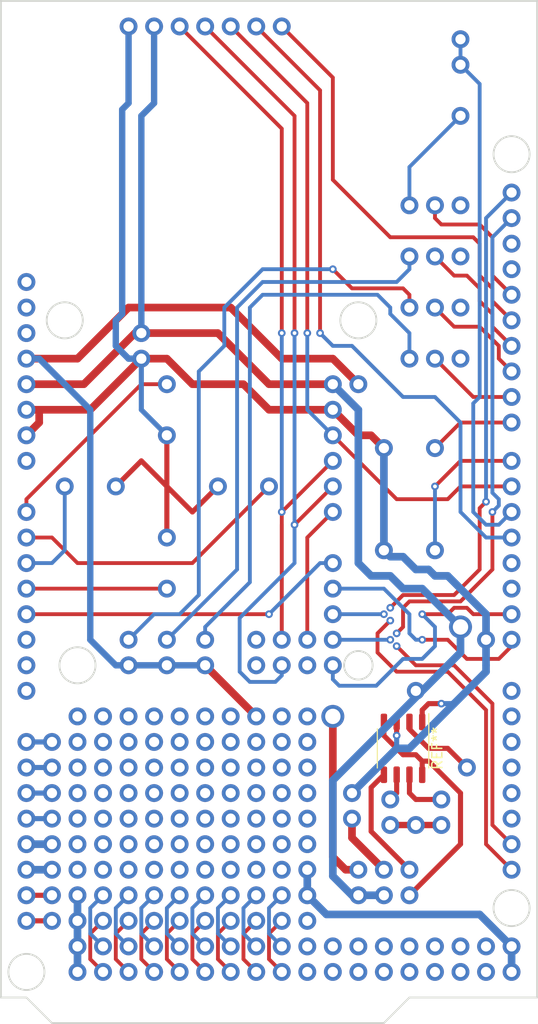
<source format=kicad_pcb>
(kicad_pcb (version 20171130) (host pcbnew "(5.1.9)-1")

  (general
    (thickness 1.6)
    (drawings 52)
    (tracks 654)
    (zones 0)
    (modules 1)
    (nets 1)
  )

  (page User 139.7 215.9)
  (layers
    (0 F.Cu mixed)
    (31 B.Cu mixed)
    (33 F.Adhes user hide)
    (35 F.Paste user hide)
    (37 F.SilkS user hide)
    (38 B.Mask user hide)
    (39 F.Mask user hide)
    (40 Dwgs.User user)
    (41 Cmts.User user hide)
    (42 Eco1.User user hide)
    (43 Eco2.User user hide)
    (44 Edge.Cuts user)
    (45 Margin user hide)
    (46 B.CrtYd user hide)
    (47 F.CrtYd user hide)
    (49 F.Fab user hide)
  )

  (setup
    (last_trace_width 0.381)
    (user_trace_width 0.381)
    (user_trace_width 0.508)
    (user_trace_width 0.635)
    (user_trace_width 0.762)
    (trace_clearance 0.254)
    (zone_clearance 0.508)
    (zone_45_only yes)
    (trace_min 0.1778)
    (via_size 1.524)
    (via_drill 0.889)
    (via_min_size 0.381)
    (via_min_drill 0.2794)
    (user_via 0.762 0.381)
    (user_via 1.27 0.635)
    (user_via 1.778 1.016)
    (user_via 2.286 1.524)
    (uvia_size 0.762)
    (uvia_drill 0.381)
    (uvias_allowed yes)
    (uvia_min_size 0.508)
    (uvia_min_drill 0.254)
    (edge_width 0.1778)
    (segment_width 0.1778)
    (pcb_text_width 0.3)
    (pcb_text_size 1.5 1.5)
    (mod_edge_width 0.1778)
    (mod_text_size 1 1)
    (mod_text_width 0.15)
    (pad_size 1.651 0.635)
    (pad_drill 0)
    (pad_to_mask_clearance 0)
    (aux_axis_origin 0 0)
    (grid_origin 8.89 8.89)
    (visible_elements 7FF8B61F)
    (pcbplotparams
      (layerselection 0x01000_ffffffff)
      (usegerberextensions false)
      (usegerberattributes true)
      (usegerberadvancedattributes true)
      (creategerberjobfile true)
      (gerberprecision 5)
      (excludeedgelayer true)
      (linewidth 0.127000)
      (plotframeref true)
      (viasonmask true)
      (mode 1)
      (useauxorigin false)
      (hpglpennumber 1)
      (hpglpenspeed 20)
      (hpglpendiameter 15.000000)
      (psnegative false)
      (psa4output false)
      (plotreference true)
      (plotvalue true)
      (plotinvisibletext false)
      (padsonsilk false)
      (subtractmaskfromsilk true)
      (outputformat 4)
      (mirror false)
      (drillshape 0)
      (scaleselection 1)
      (outputdirectory ""))
  )

  (net 0 "")

  (net_class Default "This is the default net class."
    (clearance 0.254)
    (trace_width 0.381)
    (via_dia 1.524)
    (via_drill 0.889)
    (uvia_dia 0.762)
    (uvia_drill 0.381)
  )

  (module Package_SO:SOP-8_3.9x4.9mm_P1.27mm (layer F.Cu) (tedit 60A131FC) (tstamp 60A123B7)
    (at 61.595 90.805 270)
    (descr "SOP, 8 Pin (http://www.macronix.com/Lists/Datasheet/Attachments/7534/MX25R3235F,%20Wide%20Range,%2032Mb,%20v1.6.pdf#page=79), generated with kicad-footprint-generator ipc_gullwing_generator.py")
    (tags "SOP SO")
    (attr smd)
    (fp_text reference REF** (at 0 -3.4 90) (layer F.SilkS)
      (effects (font (size 1 1) (thickness 0.15)))
    )
    (fp_text value SOP-8_3.9x4.9mm_P1.27mm (at 0 3.4 90) (layer F.Fab)
      (effects (font (size 1 1) (thickness 0.15)))
    )
    (fp_text user %R (at 0 0 90) (layer F.Fab)
      (effects (font (size 0.98 0.98) (thickness 0.15)))
    )
    (fp_line (start 0 2.56) (end 1.95 2.56) (layer F.SilkS) (width 0.12))
    (fp_line (start 0 2.56) (end -1.95 2.56) (layer F.SilkS) (width 0.12))
    (fp_line (start 0 -2.56) (end 1.95 -2.56) (layer F.SilkS) (width 0.12))
    (fp_line (start 0 -2.56) (end -3.45 -2.56) (layer F.SilkS) (width 0.12))
    (fp_line (start -0.975 -2.45) (end 1.95 -2.45) (layer F.Fab) (width 0.1))
    (fp_line (start 1.95 -2.45) (end 1.95 2.45) (layer F.Fab) (width 0.1))
    (fp_line (start 1.95 2.45) (end -1.95 2.45) (layer F.Fab) (width 0.1))
    (fp_line (start -1.95 2.45) (end -1.95 -1.475) (layer F.Fab) (width 0.1))
    (fp_line (start -1.95 -1.475) (end -0.975 -2.45) (layer F.Fab) (width 0.1))
    (fp_line (start -3.7 -2.7) (end -3.7 2.7) (layer F.CrtYd) (width 0.05))
    (fp_line (start -3.7 2.7) (end 3.7 2.7) (layer F.CrtYd) (width 0.05))
    (fp_line (start 3.7 2.7) (end 3.7 -2.7) (layer F.CrtYd) (width 0.05))
    (fp_line (start 3.7 -2.7) (end -3.7 -2.7) (layer F.CrtYd) (width 0.05))
    (pad 8 smd roundrect (at 2.625 -1.905 270) (size 1.651 0.635) (layers F.Cu F.Paste F.Mask) (roundrect_rratio 0.25))
    (pad 7 smd roundrect (at 2.625 -0.635 270) (size 1.651 0.635) (layers F.Cu F.Paste F.Mask) (roundrect_rratio 0.25))
    (pad 6 smd roundrect (at 2.625 0.635 270) (size 1.651 0.635) (layers F.Cu F.Paste F.Mask) (roundrect_rratio 0.25))
    (pad 5 smd roundrect (at 2.625 1.905 270) (size 1.651 0.635) (layers F.Cu F.Paste F.Mask) (roundrect_rratio 0.25))
    (pad 4 smd roundrect (at -2.625 1.905 270) (size 1.651 0.635) (layers F.Cu F.Paste F.Mask) (roundrect_rratio 0.25))
    (pad 3 smd roundrect (at -2.625 0.635 270) (size 1.651 0.635) (layers F.Cu F.Paste F.Mask) (roundrect_rratio 0.25))
    (pad 2 smd roundrect (at -2.625 -0.635 270) (size 1.651 0.635) (layers F.Cu F.Paste F.Mask) (roundrect_rratio 0.25))
    (pad 1 smd roundrect (at -2.625 -1.905 270) (size 1.651 0.635) (layers F.Cu F.Paste F.Mask) (roundrect_rratio 0.25))
    (model ${KISYS3DMOD}/Package_SO.3dshapes/SOP-8_3.9x4.9mm_P1.27mm.wrl
      (at (xyz 0 0 0))
      (scale (xyz 1 1 1))
      (rotate (xyz 0 0 0))
    )
  )

  (gr_circle (center 27.94 48.26) (end 29.21 49.53) (layer Edge.Cuts) (width 0.1778) (tstamp 604DB379))
  (dimension 15.502326 (width 0.15) (layer Dwgs.User)
    (gr_text "0.6103 in" (at 60.214499 82.119999 34.9920202) (layer Dwgs.User)
      (effects (font (size 1 1) (thickness 0.15)))
    )
    (feature1 (pts (xy 54.61 87.63) (xy 54.27371 87.149585)))
    (feature2 (pts (xy 67.31 78.74) (xy 66.97371 78.259585)))
    (crossbar (pts (xy 67.31 78.74) (xy 54.61 87.63)))
    (arrow1a (pts (xy 54.61 87.63) (xy 55.196578 86.503578)))
    (arrow1b (pts (xy 54.61 87.63) (xy 55.869158 87.464407)))
    (arrow2a (pts (xy 67.31 78.74) (xy 66.050842 78.905593)))
    (arrow2b (pts (xy 67.31 78.74) (xy 66.723422 79.866422)))
  )
  (gr_circle (center 57.15 48.26) (end 58.946051 48.26) (layer Edge.Cuts) (width 0.1778))
  (gr_line (start 62.23 115.57) (end 74.93 115.57) (layer Edge.Cuts) (width 0.1778) (tstamp 5FDE6659))
  (gr_line (start 59.69 118.11) (end 26.67 118.11) (layer Edge.Cuts) (width 0.1778) (tstamp 5FDE6656))
  (gr_circle (center 24.13 113.03) (end 25.4 114.3) (layer Edge.Cuts) (width 0.1778))
  (gr_line (start 59.69 118.11) (end 62.23 115.57) (layer Edge.Cuts) (width 0.1778))
  (gr_circle (center 72.39 106.68) (end 73.66 107.95) (layer Edge.Cuts) (width 0.1778))
  (gr_line (start 24.13 115.57) (end 26.67 118.11) (layer Edge.Cuts) (width 0.1778))
  (gr_line (start 21.59 115.57) (end 24.13 115.57) (layer Edge.Cuts) (width 0.1778))
  (gr_circle (center 29.21 82.55) (end 30.48 83.82) (layer Edge.Cuts) (width 0.1778))
  (gr_circle (center 57.15 82.55) (end 58.42 83.185) (layer Edge.Cuts) (width 0.1778))
  (gr_circle (center 72.39 31.75) (end 73.66 30.48) (layer Edge.Cuts) (width 0.1778))
  (gr_line (start 74.93 16.51) (end 21.59 16.51) (layer Edge.Cuts) (width 0.1778) (tstamp 5FC4A363))
  (gr_line (start 74.93 115.57) (end 74.93 16.51) (layer Edge.Cuts) (width 0.1778))
  (gr_line (start 21.59 16.51) (end 21.59 115.57) (layer Edge.Cuts) (width 0.1778))
  (gr_line (start 68.58 49.53) (end 68.58 45.72) (layer Dwgs.User) (width 0.15))
  (gr_line (start 60.96 49.53) (end 68.58 49.53) (layer Dwgs.User) (width 0.15))
  (gr_line (start 68.58 45.72) (end 60.96 45.72) (layer Dwgs.User) (width 0.15) (tstamp 5FC35979))
  (gr_line (start 60.96 45.72) (end 60.96 49.53) (layer Dwgs.User) (width 0.15))
  (gr_line (start 68.58 40.64) (end 60.96 40.64) (layer Dwgs.User) (width 0.15) (tstamp 5FC3595A))
  (gr_line (start 60.96 44.45) (end 68.58 44.45) (layer Dwgs.User) (width 0.15))
  (gr_line (start 60.96 40.64) (end 60.96 44.45) (layer Dwgs.User) (width 0.15))
  (gr_line (start 68.58 44.45) (end 68.58 40.64) (layer Dwgs.User) (width 0.15))
  (gr_line (start 68.58 35.56) (end 60.96 35.56) (layer Dwgs.User) (width 0.15) (tstamp 5FC35953))
  (gr_line (start 60.96 35.56) (end 60.96 39.37) (layer Dwgs.User) (width 0.15))
  (gr_line (start 60.96 39.37) (end 68.58 39.37) (layer Dwgs.User) (width 0.15))
  (gr_line (start 68.58 39.37) (end 68.58 35.56) (layer Dwgs.User) (width 0.15))
  (gr_circle (center 30.48 64.77) (end 33.02 64.77) (layer Dwgs.User) (width 0.15))
  (gr_circle (center 62.23 71.12) (end 64.77 71.12) (layer Dwgs.User) (width 0.15))
  (gr_line (start 25.4 45.72) (end 59.69 45.72) (layer Dwgs.User) (width 0.15))
  (gr_line (start 59.69 22.86) (end 25.4 22.86) (layer Dwgs.User) (width 0.15))
  (gr_line (start 68.58 50.8) (end 60.96 50.8) (layer Dwgs.User) (width 0.15) (tstamp 5FC3597F))
  (gr_line (start 68.58 54.61) (end 68.58 50.8) (layer Dwgs.User) (width 0.15))
  (gr_line (start 60.96 54.61) (end 68.58 54.61) (layer Dwgs.User) (width 0.15))
  (gr_line (start 60.96 50.8) (end 60.96 54.61) (layer Dwgs.User) (width 0.15))
  (gr_circle (center 67.31 24.13) (end 67.31 30.48) (layer Dwgs.User) (width 0.15))
  (gr_circle (center 45.72 64.77) (end 48.26 64.77) (layer Dwgs.User) (width 0.15))
  (gr_circle (center 38.1 72.39) (end 38.1 69.85) (layer Dwgs.User) (width 0.15))
  (gr_circle (center 38.1 57.15) (end 38.1 54.61) (layer Dwgs.User) (width 0.15))
  (gr_circle (center 62.23 60.96) (end 64.77 60.96) (layer Dwgs.User) (width 0.15))
  (gr_line (start 59.69 17.78) (end 25.4 17.78) (layer Dwgs.User) (width 0.15) (tstamp 5FC3435D))
  (gr_line (start 59.69 50.8) (end 59.69 17.78) (layer Dwgs.User) (width 0.15))
  (gr_line (start 25.4 50.8) (end 59.69 50.8) (layer Dwgs.User) (width 0.15))
  (gr_line (start 25.4 17.78) (end 25.4 50.8) (layer Dwgs.User) (width 0.15))
  (gr_line (start 53.34 78.74) (end 45.72 78.74) (layer Dwgs.User) (width 0.15) (tstamp 5FC342E7))
  (gr_line (start 53.34 83.82) (end 53.34 78.74) (layer Dwgs.User) (width 0.15))
  (gr_line (start 45.72 83.82) (end 53.34 83.82) (layer Dwgs.User) (width 0.15))
  (gr_line (start 45.72 78.74) (end 45.72 83.82) (layer Dwgs.User) (width 0.15))
  (gr_circle (center 41.91 81.28) (end 41.91 80.01) (layer Dwgs.User) (width 0.15))
  (gr_circle (center 38.1 81.28) (end 38.1 80.01) (layer Dwgs.User) (width 0.15))
  (gr_circle (center 34.29 81.28) (end 34.29 80.01) (layer Dwgs.User) (width 0.15))

  (via blind (at 49.53 67.31) (size 0.762) (drill 0.381) (layers F.Cu B.Cu) (net 0))
  (segment (start 38.1 59.69) (end 38.1 59.69) (width 0.381) (layer F.Cu) (net 0))
  (segment (start 33.02 64.77) (end 33.02 64.77) (width 0.381) (layer F.Cu) (net 0))
  (segment (start 49.53 82.55) (end 49.53 82.55) (width 0.381) (layer B.Cu) (net 0) (tstamp 5FC45E05))
  (segment (start 27.94 64.77) (end 27.94 64.77) (width 0.381) (layer B.Cu) (net 0) (tstamp 5FC45E01))
  (segment (start 38.1 54.61) (end 38.1 54.61) (width 0.381) (layer F.Cu) (net 0) (tstamp 5FC45DED))
  (segment (start 35.56 54.61) (end 24.13 66.04) (width 0.381) (layer F.Cu) (net 0))
  (segment (start 24.13 66.04) (end 24.13 67.31) (width 0.381) (layer F.Cu) (net 0))
  (segment (start 38.1 74.93) (end 38.1 74.93) (width 0.381) (layer F.Cu) (net 0))
  (segment (start 26.67 72.39) (end 24.13 72.39) (width 0.381) (layer B.Cu) (net 0))
  (segment (start 48.26 64.77) (end 48.26 64.77) (width 0.381) (layer F.Cu) (net 0))
  (segment (start 40.64 72.39) (end 29.21 72.39) (width 0.381) (layer F.Cu) (net 0))
  (segment (start 29.21 72.39) (end 26.67 69.85) (width 0.381) (layer F.Cu) (net 0))
  (segment (start 26.67 69.85) (end 24.13 69.85) (width 0.381) (layer F.Cu) (net 0))
  (via blind (at 50.8 68.58) (size 0.762) (drill 0.381) (layers F.Cu B.Cu) (net 0))
  (segment (start 67.31 64.77) (end 66.04 66.04) (width 0.381) (layer F.Cu) (net 0))
  (segment (start 67.31 62.23) (end 64.77 64.77) (width 0.381) (layer F.Cu) (net 0))
  (via blind (at 64.77 64.77) (size 0.762) (drill 0.381) (layers F.Cu B.Cu) (net 0))
  (segment (start 62.23 52.07) (end 62.23 52.07) (width 0.381) (layer B.Cu) (net 0) (tstamp 5FC36994))
  (segment (start 62.23 46.99) (end 62.23 46.99) (width 0.381) (layer F.Cu) (net 0) (tstamp 5FC36992))
  (segment (start 62.23 41.91) (end 62.23 41.91) (width 0.381) (layer B.Cu) (net 0) (tstamp 5FC3698C))
  (segment (start 62.23 36.83) (end 62.23 36.83) (width 0.381) (layer B.Cu) (net 0) (tstamp 5FC3698A))
  (segment (start 43.815 46.99) (end 43.815 50.8) (width 0.381) (layer B.Cu) (net 0))
  (segment (start 47.625 43.18) (end 43.815 46.99) (width 0.381) (layer B.Cu) (net 0))
  (segment (start 47.625 44.45) (end 45.085 46.99) (width 0.381) (layer B.Cu) (net 0))
  (segment (start 62.23 43.18) (end 60.96 44.45) (width 0.381) (layer B.Cu) (net 0))
  (via (at 49.53 49.53) (size 0.762) (drill 0.381) (layers F.Cu B.Cu) (net 0))
  (segment (start 49.53 49.53) (end 49.53 67.31) (width 0.381) (layer B.Cu) (net 0) (tstamp 5FC36653))
  (via (at 50.8 49.53) (size 0.762) (drill 0.381) (layers F.Cu B.Cu) (net 0))
  (via (at 52.07 49.53) (size 0.762) (drill 0.381) (layers F.Cu B.Cu) (net 0))
  (segment (start 52.07 49.53) (end 52.07 57.15) (width 0.381) (layer B.Cu) (net 0) (tstamp 5FC3664F))
  (segment (start 52.07 57.15) (end 54.61 59.69) (width 0.381) (layer B.Cu) (net 0))
  (segment (start 48.26 54.61) (end 43.18 49.53) (width 0.762) (layer F.Cu) (net 0))
  (segment (start 43.18 49.53) (end 35.56 49.53) (width 0.762) (layer F.Cu) (net 0))
  (segment (start 62.23 33.02) (end 67.31 27.94) (width 0.381) (layer B.Cu) (net 0))
  (segment (start 68.58 55.88) (end 64.77 52.07) (width 0.381) (layer F.Cu) (net 0))
  (segment (start 48.26 57.15) (end 45.72 54.61) (width 0.762) (layer F.Cu) (net 0))
  (segment (start 52.07 69.85) (end 52.07 80.01) (width 0.381) (layer F.Cu) (net 0))
  (segment (start 49.53 67.31) (end 49.53 80.01) (width 0.381) (layer F.Cu) (net 0) (tstamp 5FC35249))
  (segment (start 27.94 71.12) (end 26.67 72.39) (width 0.381) (layer B.Cu) (net 0))
  (segment (start 38.1 52.07) (end 40.64 54.61) (width 0.762) (layer F.Cu) (net 0))
  (segment (start 49.53 80.01) (end 49.53 68.58) (width 0.381) (layer F.Cu) (net 0) (tstamp 5FC36604))
  (segment (start 49.53 82.55) (end 49.53 82.55) (width 0.381) (layer B.Cu) (net 0))
  (segment (start 38.1 69.85) (end 38.1 69.85) (width 0.381) (layer F.Cu) (net 0) (tstamp 5FC45DEF))
  (segment (start 38.1 69.85) (end 38.1 69.85) (width 0.381) (layer F.Cu) (net 0) (tstamp 5FC369FD))
  (segment (start 49.53 82.55) (end 49.53 82.55) (width 0.381) (layer B.Cu) (net 0) (tstamp 5FC36606))
  (via (at 49.53 105.41) (size 1.778) (drill 1.016) (layers F.Cu B.Cu) (net 0))
  (via (at 46.99 105.41) (size 1.778) (drill 1.016) (layers F.Cu B.Cu) (net 0))
  (via (at 44.45 105.41) (size 1.778) (drill 1.016) (layers F.Cu B.Cu) (net 0))
  (via (at 41.91 105.41) (size 1.778) (drill 1.016) (layers F.Cu B.Cu) (net 0))
  (via (at 39.37 105.41) (size 1.778) (drill 1.016) (layers F.Cu B.Cu) (net 0))
  (via (at 36.83 105.41) (size 1.778) (drill 1.016) (layers F.Cu B.Cu) (net 0))
  (via (at 34.29 105.41) (size 1.778) (drill 1.016) (layers F.Cu B.Cu) (net 0))
  (via (at 31.75 105.41) (size 1.778) (drill 1.016) (layers F.Cu B.Cu) (net 0))
  (via (at 29.21 105.41) (size 1.778) (drill 1.016) (layers F.Cu B.Cu) (net 0))
  (via (at 29.21 107.95) (size 1.778) (drill 1.016) (layers F.Cu B.Cu) (net 0))
  (via (at 29.21 110.49) (size 1.778) (drill 1.016) (layers F.Cu B.Cu) (net 0))
  (via (at 29.21 113.03) (size 1.778) (drill 1.016) (layers F.Cu B.Cu) (net 0))
  (via (at 31.75 113.03) (size 1.778) (drill 1.016) (layers F.Cu B.Cu) (net 0))
  (via (at 31.75 110.49) (size 1.778) (drill 1.016) (layers F.Cu B.Cu) (net 0))
  (via (at 31.75 107.95) (size 1.778) (drill 1.016) (layers F.Cu B.Cu) (net 0))
  (via (at 34.29 107.95) (size 1.778) (drill 1.016) (layers F.Cu B.Cu) (net 0))
  (via (at 34.29 110.49) (size 1.778) (drill 1.016) (layers F.Cu B.Cu) (net 0))
  (via (at 34.29 113.03) (size 1.778) (drill 1.016) (layers F.Cu B.Cu) (net 0))
  (via (at 36.83 113.03) (size 1.778) (drill 1.016) (layers F.Cu B.Cu) (net 0))
  (via (at 36.83 110.49) (size 1.778) (drill 1.016) (layers F.Cu B.Cu) (net 0))
  (via (at 36.83 107.95) (size 1.778) (drill 1.016) (layers F.Cu B.Cu) (net 0))
  (via (at 39.37 107.95) (size 1.778) (drill 1.016) (layers F.Cu B.Cu) (net 0))
  (via (at 39.37 110.49) (size 1.778) (drill 1.016) (layers F.Cu B.Cu) (net 0))
  (via (at 39.37 113.03) (size 1.778) (drill 1.016) (layers F.Cu B.Cu) (net 0))
  (via (at 49.53 107.95) (size 1.778) (drill 1.016) (layers F.Cu B.Cu) (net 0))
  (via (at 46.99 107.95) (size 1.778) (drill 1.016) (layers F.Cu B.Cu) (net 0))
  (via (at 44.45 107.95) (size 1.778) (drill 1.016) (layers F.Cu B.Cu) (net 0))
  (via (at 41.91 107.95) (size 1.778) (drill 1.016) (layers F.Cu B.Cu) (net 0))
  (via (at 41.91 110.49) (size 1.778) (drill 1.016) (layers F.Cu B.Cu) (net 0))
  (via (at 41.91 113.03) (size 1.778) (drill 1.016) (layers F.Cu B.Cu) (net 0))
  (via (at 44.45 113.03) (size 1.778) (drill 1.016) (layers F.Cu B.Cu) (net 0))
  (via (at 44.45 110.49) (size 1.778) (drill 1.016) (layers F.Cu B.Cu) (net 0))
  (via (at 49.53 82.55) (size 1.778) (drill 1.016) (layers F.Cu B.Cu) (net 0))
  (via (at 49.53 80.01) (size 1.778) (drill 1.016) (layers F.Cu B.Cu) (net 0))
  (via (at 52.07 80.01) (size 1.778) (drill 1.016) (layers F.Cu B.Cu) (net 0))
  (via (at 52.07 82.55) (size 1.778) (drill 1.016) (layers F.Cu B.Cu) (net 0))
  (via (at 46.99 80.01) (size 1.778) (drill 1.016) (layers F.Cu B.Cu) (net 0))
  (via (at 46.99 82.55) (size 1.778) (drill 1.016) (layers F.Cu B.Cu) (net 0))
  (via (at 54.61 82.55) (size 1.778) (drill 1.016) (layers F.Cu B.Cu) (net 0))
  (via (at 54.61 80.01) (size 1.778) (drill 1.016) (layers F.Cu B.Cu) (net 0))
  (via (at 54.61 77.47) (size 1.778) (drill 1.016) (layers F.Cu B.Cu) (net 0))
  (via (at 54.61 74.93) (size 1.778) (drill 1.016) (layers F.Cu B.Cu) (net 0))
  (via (at 41.91 82.55) (size 1.778) (drill 1.016) (layers F.Cu B.Cu) (net 0))
  (via (at 41.91 80.01) (size 1.778) (drill 1.016) (layers F.Cu B.Cu) (net 0))
  (via (at 38.1 80.01) (size 1.778) (drill 1.016) (layers F.Cu B.Cu) (net 0))
  (via (at 38.1 82.55) (size 1.778) (drill 1.016) (layers F.Cu B.Cu) (net 0))
  (via (at 34.29 80.01) (size 1.778) (drill 1.016) (layers F.Cu B.Cu) (net 0))
  (via (at 24.13 74.93) (size 1.778) (drill 1.016) (layers F.Cu B.Cu) (net 0))
  (via (at 24.13 72.39) (size 1.778) (drill 1.016) (layers F.Cu B.Cu) (net 0))
  (via (at 24.13 69.85) (size 1.778) (drill 1.016) (layers F.Cu B.Cu) (net 0))
  (via (at 24.13 67.31) (size 1.778) (drill 1.016) (layers F.Cu B.Cu) (net 0))
  (via (at 24.13 90.17) (size 1.778) (drill 1.016) (layers F.Cu B.Cu) (net 0))
  (via (at 24.13 85.09) (size 1.778) (drill 1.016) (layers F.Cu B.Cu) (net 0))
  (via (at 24.13 82.55) (size 1.778) (drill 1.016) (layers F.Cu B.Cu) (net 0))
  (via (at 24.13 80.01) (size 1.778) (drill 1.016) (layers F.Cu B.Cu) (net 0))
  (via (at 24.13 92.71) (size 1.778) (drill 1.016) (layers F.Cu B.Cu) (net 0))
  (via (at 26.67 92.71) (size 1.778) (drill 1.016) (layers F.Cu B.Cu) (net 0))
  (via (at 26.67 90.17) (size 1.778) (drill 1.016) (layers F.Cu B.Cu) (net 0))
  (via (at 72.39 80.01) (size 1.778) (drill 1.016) (layers F.Cu B.Cu) (net 0))
  (via (at 72.39 77.47) (size 1.778) (drill 1.016) (layers F.Cu B.Cu) (net 0))
  (via (at 72.39 74.93) (size 1.778) (drill 1.016) (layers F.Cu B.Cu) (net 0))
  (via (at 72.39 72.39) (size 1.778) (drill 1.016) (layers F.Cu B.Cu) (net 0))
  (via (at 72.39 67.31) (size 1.778) (drill 1.016) (layers F.Cu B.Cu) (net 0))
  (segment (start 72.39 64.77) (end 67.31 64.77) (width 0.381) (layer F.Cu) (net 0) (tstamp 5FDE63AB))
  (via (at 72.39 64.77) (size 1.778) (drill 1.016) (layers F.Cu B.Cu) (net 0))
  (segment (start 72.39 62.23) (end 67.31 62.23) (width 0.381) (layer F.Cu) (net 0) (tstamp 5FDE63AD))
  (via (at 72.39 62.23) (size 1.778) (drill 1.016) (layers F.Cu B.Cu) (net 0))
  (via (at 72.39 58.42) (size 1.778) (drill 1.016) (layers F.Cu B.Cu) (net 0))
  (segment (start 72.39 55.88) (end 68.58 55.88) (width 0.381) (layer F.Cu) (net 0) (tstamp 5FDE63B1))
  (via (at 72.39 55.88) (size 1.778) (drill 1.016) (layers F.Cu B.Cu) (net 0))
  (via (at 72.39 53.34) (size 1.778) (drill 1.016) (layers F.Cu B.Cu) (net 0))
  (via (at 72.39 50.8) (size 1.778) (drill 1.016) (layers F.Cu B.Cu) (net 0))
  (via (at 72.39 48.26) (size 1.778) (drill 1.016) (layers F.Cu B.Cu) (net 0))
  (via (at 72.39 45.72) (size 1.778) (drill 1.016) (layers F.Cu B.Cu) (net 0))
  (via (at 72.39 43.18) (size 1.778) (drill 1.016) (layers F.Cu B.Cu) (net 0))
  (via (at 72.39 40.64) (size 1.778) (drill 1.016) (layers F.Cu B.Cu) (net 0))
  (via (at 72.39 38.1) (size 1.778) (drill 1.016) (layers F.Cu B.Cu) (net 0))
  (via (at 72.39 35.56) (size 1.778) (drill 1.016) (layers F.Cu B.Cu) (net 0))
  (segment (start 64.77 36.83) (end 64.77 36.83) (width 0.381) (layer F.Cu) (net 0) (tstamp 5FDE63BF))
  (via (at 67.31 36.83) (size 1.778) (drill 1.016) (layers F.Cu B.Cu) (net 0))
  (via (at 64.77 36.83) (size 1.778) (drill 1.016) (layers F.Cu B.Cu) (net 0))
  (via (at 62.23 36.83) (size 1.778) (drill 1.016) (layers F.Cu B.Cu) (net 0))
  (via (at 62.23 41.91) (size 1.778) (drill 1.016) (layers F.Cu B.Cu) (net 0))
  (segment (start 62.23 41.91) (end 62.23 43.18) (width 0.381) (layer B.Cu) (net 0) (tstamp 5FDE63C3))
  (via (at 64.77 41.91) (size 1.778) (drill 1.016) (layers F.Cu B.Cu) (net 0))
  (segment (start 64.77 41.91) (end 64.77 41.91) (width 0.381) (layer F.Cu) (net 0) (tstamp 5FDE63C5))
  (via (at 67.31 41.91) (size 1.778) (drill 1.016) (layers F.Cu B.Cu) (net 0))
  (segment (start 64.77 46.99) (end 64.77 46.99) (width 0.381) (layer F.Cu) (net 0) (tstamp 5FDE63C7))
  (via (at 67.31 46.99) (size 1.778) (drill 1.016) (layers F.Cu B.Cu) (net 0))
  (via (at 64.77 46.99) (size 1.778) (drill 1.016) (layers F.Cu B.Cu) (net 0))
  (via (at 62.23 46.99) (size 1.778) (drill 1.016) (layers F.Cu B.Cu) (net 0))
  (via (at 62.23 52.07) (size 1.778) (drill 1.016) (layers F.Cu B.Cu) (net 0))
  (via (at 64.77 52.07) (size 1.778) (drill 1.016) (layers F.Cu B.Cu) (net 0))
  (segment (start 64.77 52.07) (end 64.77 52.07) (width 0.381) (layer F.Cu) (net 0) (tstamp 5FDE63CD))
  (via (at 67.31 52.07) (size 1.778) (drill 1.016) (layers F.Cu B.Cu) (net 0))
  (via (at 64.77 60.96) (size 1.778) (drill 1.016) (layers F.Cu B.Cu) (net 0))
  (via (at 59.69 60.96) (size 1.778) (drill 1.016) (layers F.Cu B.Cu) (net 0))
  (via (at 64.77 71.12) (size 1.778) (drill 1.016) (layers F.Cu B.Cu) (net 0))
  (via (at 59.69 71.12) (size 1.778) (drill 1.016) (layers F.Cu B.Cu) (net 0))
  (segment (start 54.61 67.31) (end 52.07 69.85) (width 0.381) (layer F.Cu) (net 0) (tstamp 5FDE63D7))
  (via (at 54.61 67.31) (size 1.778) (drill 1.016) (layers F.Cu B.Cu) (net 0))
  (segment (start 54.61 64.77) (end 50.8 68.58) (width 0.381) (layer F.Cu) (net 0) (tstamp 5FDE63D9))
  (via (at 54.61 64.77) (size 1.778) (drill 1.016) (layers F.Cu B.Cu) (net 0))
  (segment (start 54.61 62.23) (end 49.53 67.31) (width 0.381) (layer F.Cu) (net 0) (tstamp 5FDE63DB))
  (via (at 54.61 62.23) (size 1.778) (drill 1.016) (layers F.Cu B.Cu) (net 0))
  (via (at 54.61 59.69) (size 1.778) (drill 1.016) (layers F.Cu B.Cu) (net 0))
  (segment (start 54.61 57.15) (end 48.26 57.15) (width 0.762) (layer F.Cu) (net 0) (tstamp 5FDE63DF))
  (via (at 54.61 57.15) (size 1.778) (drill 1.016) (layers F.Cu B.Cu) (net 0))
  (segment (start 54.61 54.61) (end 48.26 54.61) (width 0.762) (layer F.Cu) (net 0) (tstamp 5FDE63E1))
  (via (at 54.61 54.61) (size 1.778) (drill 1.016) (layers F.Cu B.Cu) (net 0))
  (segment (start 48.26 64.77) (end 40.64 72.39) (width 0.381) (layer F.Cu) (net 0) (tstamp 5FDE63E3))
  (via (at 48.26 64.77) (size 1.778) (drill 1.016) (layers F.Cu B.Cu) (net 0))
  (segment (start 43.18 64.77) (end 43.18 64.77) (width 0.381) (layer F.Cu) (net 0) (tstamp 5FDE63E5))
  (via (at 43.18 64.77) (size 1.778) (drill 1.016) (layers F.Cu B.Cu) (net 0))
  (segment (start 38.1 69.85) (end 38.1 69.85) (width 0.381) (layer F.Cu) (net 0) (tstamp 5FDE63F6))
  (via (at 38.1 69.85) (size 1.778) (drill 1.016) (layers F.Cu B.Cu) (net 0))
  (segment (start 38.1 74.93) (end 24.13 74.93) (width 0.381) (layer F.Cu) (net 0) (tstamp 5FDE63F8))
  (via (at 38.1 74.93) (size 1.778) (drill 1.016) (layers F.Cu B.Cu) (net 0))
  (segment (start 38.1 54.61) (end 35.56 54.61) (width 0.381) (layer F.Cu) (net 0) (tstamp 5FDE63FA))
  (via (at 38.1 54.61) (size 1.778) (drill 1.016) (layers F.Cu B.Cu) (net 0))
  (via (at 38.1 59.69) (size 1.778) (drill 1.016) (layers F.Cu B.Cu) (net 0))
  (via (at 33.02 64.77) (size 1.778) (drill 1.016) (layers F.Cu B.Cu) (net 0))
  (segment (start 27.94 64.77) (end 27.94 71.12) (width 0.381) (layer B.Cu) (net 0) (tstamp 5FDE6400))
  (via (at 27.94 64.77) (size 1.778) (drill 1.016) (layers F.Cu B.Cu) (net 0))
  (via (at 52.07 87.63) (size 1.778) (drill 1.016) (layers F.Cu B.Cu) (net 0))
  (via (at 49.53 87.63) (size 1.778) (drill 1.016) (layers F.Cu B.Cu) (net 0))
  (via (at 46.99 87.63) (size 1.778) (drill 1.016) (layers F.Cu B.Cu) (net 0))
  (via (at 44.45 87.63) (size 1.778) (drill 1.016) (layers F.Cu B.Cu) (net 0))
  (via (at 41.91 87.63) (size 1.778) (drill 1.016) (layers F.Cu B.Cu) (net 0))
  (via (at 39.37 87.63) (size 1.778) (drill 1.016) (layers F.Cu B.Cu) (net 0))
  (via (at 36.83 87.63) (size 1.778) (drill 1.016) (layers F.Cu B.Cu) (net 0))
  (via (at 34.29 87.63) (size 1.778) (drill 1.016) (layers F.Cu B.Cu) (net 0))
  (via (at 31.75 87.63) (size 1.778) (drill 1.016) (layers F.Cu B.Cu) (net 0))
  (via (at 31.75 90.17) (size 1.778) (drill 1.016) (layers F.Cu B.Cu) (net 0))
  (via (at 31.75 92.71) (size 1.778) (drill 1.016) (layers F.Cu B.Cu) (net 0))
  (via (at 31.75 95.25) (size 1.778) (drill 1.016) (layers F.Cu B.Cu) (net 0))
  (via (at 31.75 97.79) (size 1.778) (drill 1.016) (layers F.Cu B.Cu) (net 0))
  (via (at 31.75 100.33) (size 1.778) (drill 1.016) (layers F.Cu B.Cu) (net 0))
  (via (at 31.75 102.87) (size 1.778) (drill 1.016) (layers F.Cu B.Cu) (net 0))
  (via (at 29.21 102.87) (size 1.778) (drill 1.016) (layers F.Cu B.Cu) (net 0))
  (via (at 26.67 102.87) (size 1.778) (drill 1.016) (layers F.Cu B.Cu) (net 0))
  (via (at 26.67 100.33) (size 1.778) (drill 1.016) (layers F.Cu B.Cu) (net 0))
  (via (at 24.13 100.33) (size 1.778) (drill 1.016) (layers F.Cu B.Cu) (net 0))
  (via (at 24.13 97.79) (size 1.778) (drill 1.016) (layers F.Cu B.Cu) (net 0))
  (via (at 26.67 97.79) (size 1.778) (drill 1.016) (layers F.Cu B.Cu) (net 0))
  (via (at 26.67 95.25) (size 1.778) (drill 1.016) (layers F.Cu B.Cu) (net 0))
  (via (at 24.13 95.25) (size 1.778) (drill 1.016) (layers F.Cu B.Cu) (net 0))
  (via (at 26.67 105.41) (size 1.778) (drill 1.016) (layers F.Cu B.Cu) (net 0))
  (via (at 24.13 105.41) (size 1.778) (drill 1.016) (layers F.Cu B.Cu) (net 0))
  (via (at 24.13 107.95) (size 1.778) (drill 1.016) (layers F.Cu B.Cu) (net 0))
  (via (at 24.13 102.87) (size 1.778) (drill 1.016) (layers F.Cu B.Cu) (net 0))
  (via (at 26.67 107.95) (size 1.778) (drill 1.016) (layers F.Cu B.Cu) (net 0))
  (via (at 29.21 100.33) (size 1.778) (drill 1.016) (layers F.Cu B.Cu) (net 0))
  (via (at 29.21 97.79) (size 1.778) (drill 1.016) (layers F.Cu B.Cu) (net 0))
  (via (at 29.21 95.25) (size 1.778) (drill 1.016) (layers F.Cu B.Cu) (net 0))
  (via (at 29.21 92.71) (size 1.778) (drill 1.016) (layers F.Cu B.Cu) (net 0))
  (via (at 29.21 90.17) (size 1.778) (drill 1.016) (layers F.Cu B.Cu) (net 0))
  (via (at 29.21 87.63) (size 1.778) (drill 1.016) (layers F.Cu B.Cu) (net 0))
  (via (at 34.29 90.17) (size 1.778) (drill 1.016) (layers F.Cu B.Cu) (net 0))
  (via (at 36.83 90.17) (size 1.778) (drill 1.016) (layers F.Cu B.Cu) (net 0))
  (via (at 39.37 90.17) (size 1.778) (drill 1.016) (layers F.Cu B.Cu) (net 0))
  (via (at 39.37 92.71) (size 1.778) (drill 1.016) (layers F.Cu B.Cu) (net 0))
  (via (at 36.83 92.71) (size 1.778) (drill 1.016) (layers F.Cu B.Cu) (net 0))
  (via (at 34.29 92.71) (size 1.778) (drill 1.016) (layers F.Cu B.Cu) (net 0))
  (via (at 34.29 95.25) (size 1.778) (drill 1.016) (layers F.Cu B.Cu) (net 0))
  (via (at 34.29 97.79) (size 1.778) (drill 1.016) (layers F.Cu B.Cu) (net 0))
  (via (at 34.29 100.33) (size 1.778) (drill 1.016) (layers F.Cu B.Cu) (net 0))
  (via (at 34.29 102.87) (size 1.778) (drill 1.016) (layers F.Cu B.Cu) (net 0))
  (via (at 36.83 102.87) (size 1.778) (drill 1.016) (layers F.Cu B.Cu) (net 0))
  (via (at 36.83 100.33) (size 1.778) (drill 1.016) (layers F.Cu B.Cu) (net 0))
  (via (at 36.83 97.79) (size 1.778) (drill 1.016) (layers F.Cu B.Cu) (net 0))
  (via (at 36.83 95.25) (size 1.778) (drill 1.016) (layers F.Cu B.Cu) (net 0))
  (via (at 39.37 95.25) (size 1.778) (drill 1.016) (layers F.Cu B.Cu) (net 0))
  (via (at 39.37 97.79) (size 1.778) (drill 1.016) (layers F.Cu B.Cu) (net 0))
  (via (at 39.37 100.33) (size 1.778) (drill 1.016) (layers F.Cu B.Cu) (net 0))
  (via (at 39.37 102.87) (size 1.778) (drill 1.016) (layers F.Cu B.Cu) (net 0))
  (via (at 41.91 102.87) (size 1.778) (drill 1.016) (layers F.Cu B.Cu) (net 0))
  (via (at 44.45 102.87) (size 1.778) (drill 1.016) (layers F.Cu B.Cu) (net 0))
  (via (at 46.99 102.87) (size 1.778) (drill 1.016) (layers F.Cu B.Cu) (net 0))
  (via (at 49.53 102.87) (size 1.778) (drill 1.016) (layers F.Cu B.Cu) (net 0))
  (via (at 49.53 100.33) (size 1.778) (drill 1.016) (layers F.Cu B.Cu) (net 0))
  (via (at 46.99 100.33) (size 1.778) (drill 1.016) (layers F.Cu B.Cu) (net 0))
  (via (at 44.45 100.33) (size 1.778) (drill 1.016) (layers F.Cu B.Cu) (net 0))
  (via (at 41.91 100.33) (size 1.778) (drill 1.016) (layers F.Cu B.Cu) (net 0))
  (via (at 41.91 97.79) (size 1.778) (drill 1.016) (layers F.Cu B.Cu) (net 0))
  (via (at 44.45 97.79) (size 1.778) (drill 1.016) (layers F.Cu B.Cu) (net 0))
  (via (at 46.99 97.79) (size 1.778) (drill 1.016) (layers F.Cu B.Cu) (net 0))
  (via (at 49.53 97.79) (size 1.778) (drill 1.016) (layers F.Cu B.Cu) (net 0))
  (via (at 52.07 107.95) (size 1.778) (drill 1.016) (layers F.Cu B.Cu) (net 0))
  (via (at 49.53 95.25) (size 1.778) (drill 1.016) (layers F.Cu B.Cu) (net 0))
  (via (at 46.99 95.25) (size 1.778) (drill 1.016) (layers F.Cu B.Cu) (net 0))
  (via (at 44.45 95.25) (size 1.778) (drill 1.016) (layers F.Cu B.Cu) (net 0))
  (via (at 41.91 95.25) (size 1.778) (drill 1.016) (layers F.Cu B.Cu) (net 0))
  (via (at 41.91 92.71) (size 1.778) (drill 1.016) (layers F.Cu B.Cu) (net 0))
  (via (at 41.91 90.17) (size 1.778) (drill 1.016) (layers F.Cu B.Cu) (net 0))
  (via (at 44.45 90.17) (size 1.778) (drill 1.016) (layers F.Cu B.Cu) (net 0))
  (via (at 44.45 92.71) (size 1.778) (drill 1.016) (layers F.Cu B.Cu) (net 0))
  (via (at 46.99 92.71) (size 1.778) (drill 1.016) (layers F.Cu B.Cu) (net 0))
  (via (at 46.99 90.17) (size 1.778) (drill 1.016) (layers F.Cu B.Cu) (net 0))
  (via (at 49.53 90.17) (size 1.778) (drill 1.016) (layers F.Cu B.Cu) (net 0))
  (via (at 49.53 92.71) (size 1.778) (drill 1.016) (layers F.Cu B.Cu) (net 0))
  (via (at 52.07 92.71) (size 1.778) (drill 1.016) (layers F.Cu B.Cu) (net 0))
  (via (at 52.07 90.17) (size 1.778) (drill 1.016) (layers F.Cu B.Cu) (net 0))
  (via (at 24.13 62.23) (size 1.778) (drill 1.016) (layers F.Cu B.Cu) (net 0))
  (via (at 24.13 59.69) (size 1.778) (drill 1.016) (layers F.Cu B.Cu) (net 0))
  (via (at 24.13 57.15) (size 1.778) (drill 1.016) (layers F.Cu B.Cu) (net 0))
  (via (at 24.13 54.61) (size 1.778) (drill 1.016) (layers F.Cu B.Cu) (net 0))
  (via (at 24.13 52.07) (size 1.778) (drill 1.016) (layers F.Cu B.Cu) (net 0))
  (via (at 24.13 49.53) (size 1.778) (drill 1.016) (layers F.Cu B.Cu) (net 0))
  (via (at 24.13 46.99) (size 1.778) (drill 1.016) (layers F.Cu B.Cu) (net 0))
  (via (at 24.13 44.45) (size 1.778) (drill 1.016) (layers F.Cu B.Cu) (net 0))
  (via (at 49.53 19.05) (size 1.778) (drill 1.016) (layers F.Cu B.Cu) (net 0))
  (via (at 44.45 19.05) (size 1.778) (drill 1.016) (layers F.Cu B.Cu) (net 0))
  (via (at 41.91 19.05) (size 1.778) (drill 1.016) (layers F.Cu B.Cu) (net 0))
  (via (at 39.37 19.05) (size 1.778) (drill 1.016) (layers F.Cu B.Cu) (net 0))
  (via (at 36.83 19.05) (size 1.778) (drill 1.016) (layers F.Cu B.Cu) (net 0))
  (via (at 34.29 19.05) (size 1.778) (drill 1.016) (layers F.Cu B.Cu) (net 0))
  (via (at 67.31 27.94) (size 1.778) (drill 1.016) (layers F.Cu B.Cu) (net 0))
  (via (at 67.31 20.32) (size 1.778) (drill 1.016) (layers F.Cu B.Cu) (net 0))
  (via (at 56.515 97.79) (size 1.778) (drill 1.016) (layers F.Cu B.Cu) (net 0))
  (via (at 57.15 110.49) (size 1.778) (drill 1.016) (layers F.Cu B.Cu) (net 0))
  (via (at 57.15 113.03) (size 1.778) (drill 1.016) (layers F.Cu B.Cu) (net 0))
  (via (at 59.69 113.03) (size 1.778) (drill 1.016) (layers F.Cu B.Cu) (net 0))
  (via (at 59.69 110.49) (size 1.778) (drill 1.016) (layers F.Cu B.Cu) (net 0))
  (via (at 62.23 110.49) (size 1.778) (drill 1.016) (layers F.Cu B.Cu) (net 0))
  (via (at 62.23 113.03) (size 1.778) (drill 1.016) (layers F.Cu B.Cu) (net 0))
  (via (at 56.515 95.25) (size 1.778) (drill 1.016) (layers F.Cu B.Cu) (net 0))
  (via (at 52.07 105.41) (size 1.778) (drill 1.016) (layers F.Cu B.Cu) (net 0))
  (via (at 46.99 110.49) (size 1.778) (drill 1.016) (layers F.Cu B.Cu) (net 0))
  (via (at 46.99 113.03) (size 1.778) (drill 1.016) (layers F.Cu B.Cu) (net 0))
  (via (at 49.53 110.49) (size 1.778) (drill 1.016) (layers F.Cu B.Cu) (net 0))
  (via (at 49.53 113.03) (size 1.778) (drill 1.016) (layers F.Cu B.Cu) (net 0))
  (via (at 52.07 113.03) (size 1.778) (drill 1.016) (layers F.Cu B.Cu) (net 0))
  (via (at 52.07 110.49) (size 1.778) (drill 1.016) (layers F.Cu B.Cu) (net 0))
  (segment (start 43.815 50.8) (end 41.275 53.34) (width 0.381) (layer B.Cu) (net 0))
  (segment (start 50.8 49.53) (end 50.8 68.58) (width 0.381) (layer B.Cu) (net 0))
  (via (at 67.31 22.86) (size 1.778) (drill 1.016) (layers F.Cu B.Cu) (net 0))
  (segment (start 67.31 22.86) (end 67.31 20.32) (width 0.381) (layer B.Cu) (net 0))
  (segment (start 31.75 113.03) (end 30.48 111.76) (width 0.381) (layer F.Cu) (net 0))
  (segment (start 30.48 111.76) (end 30.48 109.22) (width 0.381) (layer F.Cu) (net 0))
  (segment (start 34.29 113.03) (end 33.02 111.76) (width 0.381) (layer F.Cu) (net 0))
  (segment (start 33.02 111.76) (end 33.02 109.22) (width 0.381) (layer F.Cu) (net 0))
  (segment (start 36.83 113.03) (end 35.56 111.76) (width 0.381) (layer F.Cu) (net 0))
  (segment (start 35.56 111.76) (end 35.56 109.22) (width 0.381) (layer F.Cu) (net 0))
  (segment (start 39.37 113.03) (end 38.1 111.76) (width 0.381) (layer F.Cu) (net 0))
  (segment (start 38.1 111.76) (end 38.1 109.22) (width 0.381) (layer F.Cu) (net 0))
  (segment (start 41.91 113.03) (end 40.64 111.76) (width 0.381) (layer F.Cu) (net 0))
  (segment (start 40.64 111.76) (end 40.64 109.22) (width 0.381) (layer F.Cu) (net 0))
  (segment (start 44.45 113.03) (end 43.18 111.76) (width 0.381) (layer F.Cu) (net 0))
  (segment (start 43.18 111.76) (end 43.18 109.22) (width 0.381) (layer F.Cu) (net 0))
  (segment (start 46.99 113.03) (end 45.72 111.76) (width 0.381) (layer F.Cu) (net 0))
  (segment (start 45.72 111.76) (end 45.72 109.22) (width 0.381) (layer F.Cu) (net 0))
  (segment (start 49.53 113.03) (end 48.26 111.76) (width 0.381) (layer F.Cu) (net 0))
  (segment (start 48.26 111.76) (end 48.26 109.22) (width 0.381) (layer F.Cu) (net 0))
  (segment (start 31.75 110.49) (end 30.48 109.22) (width 0.381) (layer B.Cu) (net 0))
  (segment (start 34.29 110.49) (end 33.02 109.22) (width 0.381) (layer B.Cu) (net 0))
  (segment (start 36.83 110.49) (end 35.56 109.22) (width 0.381) (layer B.Cu) (net 0))
  (segment (start 38.1 109.22) (end 39.37 110.49) (width 0.381) (layer B.Cu) (net 0))
  (segment (start 41.91 110.49) (end 40.64 109.22) (width 0.381) (layer B.Cu) (net 0))
  (segment (start 43.18 109.22) (end 44.45 110.49) (width 0.381) (layer B.Cu) (net 0))
  (segment (start 46.99 110.49) (end 45.72 109.22) (width 0.381) (layer B.Cu) (net 0))
  (segment (start 48.26 109.22) (end 49.53 110.49) (width 0.381) (layer B.Cu) (net 0))
  (segment (start 49.53 29.21) (end 39.37 19.05) (width 0.381) (layer F.Cu) (net 0))
  (segment (start 49.53 49.53) (end 49.53 29.21) (width 0.381) (layer F.Cu) (net 0))
  (segment (start 50.8 27.94) (end 41.91 19.05) (width 0.381) (layer F.Cu) (net 0))
  (segment (start 50.8 49.53) (end 50.8 27.94) (width 0.381) (layer F.Cu) (net 0))
  (segment (start 52.07 26.67) (end 44.45 19.05) (width 0.381) (layer F.Cu) (net 0))
  (segment (start 52.07 49.53) (end 52.07 26.67) (width 0.381) (layer F.Cu) (net 0))
  (segment (start 54.61 24.13) (end 49.53 19.05) (width 0.381) (layer F.Cu) (net 0))
  (segment (start 54.61 34.29) (end 54.61 24.13) (width 0.381) (layer F.Cu) (net 0))
  (segment (start 24.13 59.69) (end 25.4 58.42) (width 0.762) (layer F.Cu) (net 0))
  (segment (start 25.4 58.42) (end 25.4 57.15) (width 0.762) (layer F.Cu) (net 0))
  (segment (start 60.96 66.04) (end 54.61 59.69) (width 0.381) (layer F.Cu) (net 0))
  (segment (start 60.96 66.04) (end 66.04 66.04) (width 0.381) (layer F.Cu) (net 0) (tstamp 601AB4D7))
  (segment (start 47.625 44.45) (end 60.96 44.45) (width 0.381) (layer B.Cu) (net 0))
  (segment (start 47.625 43.18) (end 54.61 43.18) (width 0.381) (layer B.Cu) (net 0))
  (via (at 24.13 77.47) (size 1.778) (drill 1.016) (layers F.Cu B.Cu) (net 0))
  (via (at 54.61 72.39) (size 1.778) (drill 1.016) (layers F.Cu B.Cu) (net 0))
  (via blind (at 48.26 77.47) (size 0.762) (drill 0.381) (layers F.Cu B.Cu) (net 0))
  (segment (start 54.61 72.39) (end 53.34 72.39) (width 0.381) (layer B.Cu) (net 0))
  (segment (start 53.34 72.39) (end 48.26 77.47) (width 0.381) (layer B.Cu) (net 0))
  (via (at 34.29 82.55) (size 1.778) (drill 1.016) (layers F.Cu B.Cu) (net 0))
  (segment (start 25.4 52.07) (end 30.48 57.15) (width 0.635) (layer B.Cu) (net 0))
  (segment (start 24.13 52.07) (end 25.4 52.07) (width 0.635) (layer B.Cu) (net 0))
  (segment (start 45.72 54.61) (end 40.64 54.61) (width 0.762) (layer F.Cu) (net 0))
  (segment (start 35.56 57.15) (end 38.1 59.69) (width 0.508) (layer B.Cu) (net 0))
  (segment (start 35.56 52.07) (end 35.56 52.07) (width 0.508) (layer B.Cu) (net 0))
  (segment (start 40.64 67.31) (end 43.18 64.77) (width 0.508) (layer F.Cu) (net 0))
  (segment (start 33.02 64.77) (end 35.56 62.23) (width 0.508) (layer F.Cu) (net 0))
  (segment (start 35.56 62.23) (end 40.64 67.31) (width 0.508) (layer F.Cu) (net 0))
  (segment (start 38.1 59.69) (end 38.1 69.85) (width 0.508) (layer F.Cu) (net 0))
  (via blind (at 54.61 43.18) (size 0.762) (drill 0.381) (layers F.Cu B.Cu) (net 0))
  (segment (start 54.61 54.61) (end 57.15 57.15) (width 0.762) (layer B.Cu) (net 0))
  (segment (start 48.26 77.47) (end 24.13 77.47) (width 0.381) (layer F.Cu) (net 0))
  (segment (start 30.48 57.15) (end 30.48 80.01) (width 0.635) (layer B.Cu) (net 0))
  (segment (start 30.48 80.01) (end 33.02 82.55) (width 0.635) (layer B.Cu) (net 0))
  (segment (start 33.02 82.55) (end 34.29 82.55) (width 0.635) (layer B.Cu) (net 0))
  (segment (start 34.29 82.55) (end 38.1 82.55) (width 0.635) (layer B.Cu) (net 0))
  (segment (start 38.1 82.55) (end 41.91 82.55) (width 0.635) (layer B.Cu) (net 0))
  (segment (start 34.29 80.01) (end 36.83 77.47) (width 0.381) (layer B.Cu) (net 0))
  (segment (start 36.83 77.47) (end 39.37 77.47) (width 0.381) (layer B.Cu) (net 0))
  (segment (start 39.37 77.47) (end 41.275 75.565) (width 0.381) (layer B.Cu) (net 0))
  (segment (start 38.1 80.01) (end 45.085 73.025) (width 0.381) (layer B.Cu) (net 0))
  (segment (start 45.085 46.99) (end 45.085 73.025) (width 0.381) (layer B.Cu) (net 0))
  (segment (start 41.91 80.01) (end 41.91 78.74) (width 0.381) (layer B.Cu) (net 0))
  (segment (start 41.91 78.74) (end 46.355 74.295) (width 0.381) (layer B.Cu) (net 0))
  (segment (start 41.275 75.565) (end 41.275 53.34) (width 0.381) (layer B.Cu) (net 0))
  (segment (start 64.77 36.83) (end 64.77 38.1) (width 0.381) (layer F.Cu) (net 0))
  (segment (start 64.77 38.1) (end 65.405 38.735) (width 0.381) (layer F.Cu) (net 0))
  (segment (start 65.405 38.735) (end 69.215 38.735) (width 0.381) (layer F.Cu) (net 0))
  (segment (start 69.215 38.735) (end 70.485 40.005) (width 0.381) (layer F.Cu) (net 0))
  (segment (start 70.485 43.815) (end 72.39 45.72) (width 0.381) (layer F.Cu) (net 0))
  (segment (start 70.485 40.005) (end 70.485 43.815) (width 0.381) (layer F.Cu) (net 0))
  (segment (start 54.61 34.29) (end 60.325 40.005) (width 0.381) (layer F.Cu) (net 0))
  (segment (start 60.325 40.005) (end 68.58 40.005) (width 0.381) (layer F.Cu) (net 0))
  (segment (start 68.58 40.005) (end 69.215 40.64) (width 0.381) (layer F.Cu) (net 0))
  (segment (start 69.215 40.64) (end 69.215 43.815) (width 0.381) (layer F.Cu) (net 0))
  (segment (start 69.215 43.815) (end 70.485 45.085) (width 0.381) (layer F.Cu) (net 0))
  (segment (start 70.485 46.355) (end 72.39 48.26) (width 0.381) (layer F.Cu) (net 0))
  (segment (start 70.485 45.085) (end 70.485 46.355) (width 0.381) (layer F.Cu) (net 0))
  (segment (start 70.485 48.895) (end 72.39 50.8) (width 0.381) (layer F.Cu) (net 0))
  (segment (start 70.485 48.895) (end 70.485 47.625) (width 0.381) (layer F.Cu) (net 0))
  (segment (start 70.485 47.625) (end 69.215 46.355) (width 0.381) (layer F.Cu) (net 0))
  (segment (start 69.215 46.355) (end 69.215 45.085) (width 0.381) (layer F.Cu) (net 0))
  (segment (start 69.215 45.085) (end 67.945 43.815) (width 0.381) (layer F.Cu) (net 0))
  (segment (start 66.675 43.815) (end 64.77 41.91) (width 0.381) (layer F.Cu) (net 0))
  (segment (start 67.945 43.815) (end 66.675 43.815) (width 0.381) (layer F.Cu) (net 0))
  (segment (start 72.39 53.34) (end 71.12 52.07) (width 0.381) (layer F.Cu) (net 0))
  (segment (start 71.12 52.07) (end 71.12 50.8) (width 0.381) (layer F.Cu) (net 0))
  (segment (start 71.12 50.8) (end 69.215 48.895) (width 0.381) (layer F.Cu) (net 0))
  (segment (start 69.215 48.895) (end 66.675 48.895) (width 0.381) (layer F.Cu) (net 0))
  (segment (start 66.675 48.895) (end 64.77 46.99) (width 0.381) (layer F.Cu) (net 0))
  (segment (start 62.23 46.99) (end 62.23 45.72) (width 0.381) (layer F.Cu) (net 0))
  (segment (start 62.23 45.72) (end 61.595 45.085) (width 0.381) (layer F.Cu) (net 0))
  (segment (start 56.515 45.085) (end 54.61 43.18) (width 0.381) (layer F.Cu) (net 0))
  (segment (start 61.595 45.085) (end 56.515 45.085) (width 0.381) (layer F.Cu) (net 0))
  (segment (start 62.23 36.83) (end 62.23 33.02) (width 0.381) (layer B.Cu) (net 0))
  (segment (start 38.1 106.68) (end 38.1 109.22) (width 0.381) (layer B.Cu) (net 0))
  (segment (start 40.64 106.68) (end 41.91 105.41) (width 0.381) (layer B.Cu) (net 0))
  (segment (start 40.64 109.22) (end 40.64 106.68) (width 0.381) (layer B.Cu) (net 0))
  (segment (start 39.37 105.41) (end 38.1 106.68) (width 0.381) (layer B.Cu) (net 0))
  (segment (start 44.45 105.41) (end 43.18 106.68) (width 0.381) (layer B.Cu) (net 0))
  (segment (start 49.53 105.41) (end 48.26 106.68) (width 0.381) (layer B.Cu) (net 0))
  (segment (start 45.72 106.68) (end 46.99 105.41) (width 0.381) (layer B.Cu) (net 0))
  (segment (start 43.18 106.68) (end 43.18 109.22) (width 0.381) (layer B.Cu) (net 0))
  (segment (start 45.72 109.22) (end 45.72 106.68) (width 0.381) (layer B.Cu) (net 0))
  (segment (start 48.26 106.68) (end 48.26 109.22) (width 0.381) (layer B.Cu) (net 0))
  (segment (start 38.1 109.22) (end 39.37 107.95) (width 0.381) (layer F.Cu) (net 0))
  (segment (start 30.48 106.68) (end 31.75 105.41) (width 0.381) (layer B.Cu) (net 0))
  (segment (start 30.48 109.22) (end 30.48 106.68) (width 0.381) (layer B.Cu) (net 0))
  (segment (start 35.56 109.22) (end 36.83 107.95) (width 0.381) (layer F.Cu) (net 0))
  (segment (start 43.18 109.22) (end 44.45 107.95) (width 0.381) (layer F.Cu) (net 0))
  (segment (start 40.64 109.22) (end 41.91 107.95) (width 0.381) (layer F.Cu) (net 0))
  (segment (start 33.02 109.22) (end 34.29 107.95) (width 0.381) (layer F.Cu) (net 0))
  (segment (start 30.48 109.22) (end 31.75 107.95) (width 0.381) (layer F.Cu) (net 0))
  (segment (start 35.56 106.68) (end 36.83 105.41) (width 0.381) (layer B.Cu) (net 0))
  (segment (start 45.72 109.22) (end 46.99 107.95) (width 0.381) (layer F.Cu) (net 0))
  (segment (start 48.26 109.22) (end 49.53 107.95) (width 0.381) (layer F.Cu) (net 0))
  (segment (start 35.56 109.22) (end 35.56 106.68) (width 0.381) (layer B.Cu) (net 0))
  (segment (start 33.02 106.68) (end 34.29 105.41) (width 0.381) (layer B.Cu) (net 0))
  (segment (start 33.02 109.22) (end 33.02 106.68) (width 0.381) (layer B.Cu) (net 0))
  (segment (start 64.77 64.77) (end 64.77 71.12) (width 0.381) (layer B.Cu) (net 0))
  (segment (start 67.31 58.42) (end 64.77 60.96) (width 0.381) (layer F.Cu) (net 0))
  (segment (start 72.39 58.42) (end 67.31 58.42) (width 0.381) (layer F.Cu) (net 0))
  (segment (start 59.69 60.96) (end 59.69 71.12) (width 0.762) (layer B.Cu) (net 0))
  (segment (start 60.325 73.66) (end 61.595 74.93) (width 0.762) (layer B.Cu) (net 0))
  (via (at 59.69 77.47) (size 0.762) (drill 0.381) (layers F.Cu B.Cu) (net 0))
  (segment (start 57.15 72.39) (end 58.42 73.66) (width 0.762) (layer B.Cu) (net 0))
  (segment (start 57.15 57.15) (end 57.15 72.39) (width 0.762) (layer B.Cu) (net 0))
  (via (at 72.39 102.87) (size 1.778) (drill 1.016) (layers F.Cu B.Cu) (net 0))
  (via (at 72.39 100.33) (size 1.778) (drill 1.016) (layers F.Cu B.Cu) (net 0))
  (via (at 72.39 97.79) (size 1.778) (drill 1.016) (layers F.Cu B.Cu) (net 0))
  (via (at 72.39 95.25) (size 1.778) (drill 1.016) (layers F.Cu B.Cu) (net 0))
  (via (at 72.39 92.71) (size 1.778) (drill 1.016) (layers F.Cu B.Cu) (net 0))
  (via (at 72.39 90.17) (size 1.778) (drill 1.016) (layers F.Cu B.Cu) (net 0))
  (via (at 72.39 87.63) (size 1.778) (drill 1.016) (layers F.Cu B.Cu) (net 0))
  (via (at 72.39 85.09) (size 1.778) (drill 1.016) (layers F.Cu B.Cu) (net 0))
  (segment (start 46.355 74.295) (end 46.355 46.99) (width 0.381) (layer B.Cu) (net 0))
  (segment (start 46.355 46.99) (end 47.625 45.72) (width 0.381) (layer B.Cu) (net 0))
  (segment (start 47.625 45.72) (end 59.055 45.72) (width 0.381) (layer B.Cu) (net 0))
  (segment (start 59.055 45.72) (end 60.325 46.99) (width 0.381) (layer B.Cu) (net 0))
  (segment (start 60.325 46.99) (end 60.325 47.625) (width 0.381) (layer B.Cu) (net 0))
  (segment (start 60.325 47.625) (end 62.23 49.53) (width 0.381) (layer B.Cu) (net 0))
  (segment (start 62.23 49.53) (end 62.23 52.07) (width 0.381) (layer B.Cu) (net 0))
  (segment (start 63.5 74.93) (end 67.31 78.74) (width 0.762) (layer B.Cu) (net 0))
  (segment (start 66.04 73.66) (end 69.85 77.47) (width 0.762) (layer B.Cu) (net 0))
  (via (at 62.23 102.87) (size 1.778) (drill 1.016) (layers F.Cu B.Cu) (net 0))
  (via (at 59.69 102.87) (size 1.778) (drill 1.016) (layers F.Cu B.Cu) (net 0))
  (via (at 57.15 102.87) (size 1.778) (drill 1.016) (layers F.Cu B.Cu) (net 0))
  (via (at 57.15 105.41) (size 1.778) (drill 1.016) (layers F.Cu B.Cu) (net 0))
  (via (at 59.69 105.41) (size 1.778) (drill 1.016) (layers F.Cu B.Cu) (net 0))
  (via (at 62.23 105.41) (size 1.778) (drill 1.016) (layers F.Cu B.Cu) (net 0))
  (via (at 54.61 110.49) (size 1.778) (drill 1.016) (layers F.Cu B.Cu) (net 0))
  (via (at 54.61 113.03) (size 1.778) (drill 1.016) (layers F.Cu B.Cu) (net 0))
  (via (at 64.77 113.03) (size 1.778) (drill 1.016) (layers F.Cu B.Cu) (net 0))
  (via (at 64.77 110.49) (size 1.778) (drill 1.016) (layers F.Cu B.Cu) (net 0))
  (via (at 67.31 110.49) (size 1.778) (drill 1.016) (layers F.Cu B.Cu) (net 0))
  (via (at 67.31 113.03) (size 1.778) (drill 1.016) (layers F.Cu B.Cu) (net 0))
  (via (at 69.85 113.03) (size 1.778) (drill 1.016) (layers F.Cu B.Cu) (net 0))
  (via (at 69.85 110.49) (size 1.778) (drill 1.016) (layers F.Cu B.Cu) (net 0))
  (via (at 72.39 110.49) (size 1.778) (drill 1.016) (layers F.Cu B.Cu) (net 0))
  (via (at 72.39 113.03) (size 1.778) (drill 1.016) (layers F.Cu B.Cu) (net 0))
  (segment (start 72.39 102.87) (end 69.85 100.33) (width 0.381) (layer F.Cu) (net 0))
  (via (at 52.07 95.25) (size 1.778) (drill 1.016) (layers F.Cu B.Cu) (net 0))
  (via (at 52.07 97.79) (size 1.778) (drill 1.016) (layers F.Cu B.Cu) (net 0))
  (via (at 52.07 100.33) (size 1.778) (drill 1.016) (layers F.Cu B.Cu) (net 0))
  (via (at 52.07 102.87) (size 1.778) (drill 1.016) (layers F.Cu B.Cu) (net 0))
  (segment (start 57.15 105.41) (end 59.69 105.41) (width 0.762) (layer B.Cu) (net 0))
  (segment (start 72.39 77.47) (end 68.58 77.47) (width 0.381) (layer F.Cu) (net 0))
  (segment (start 68.58 77.47) (end 67.945 76.835) (width 0.381) (layer F.Cu) (net 0))
  (segment (start 67.945 76.835) (end 66.675 76.835) (width 0.381) (layer F.Cu) (net 0))
  (segment (start 66.675 76.835) (end 66.04 77.47) (width 0.381) (layer F.Cu) (net 0))
  (segment (start 59.69 60.96) (end 58.42 59.69) (width 0.762) (layer F.Cu) (net 0))
  (segment (start 58.42 59.69) (end 57.15 59.69) (width 0.762) (layer F.Cu) (net 0))
  (segment (start 57.15 59.69) (end 54.61 57.15) (width 0.762) (layer F.Cu) (net 0))
  (segment (start 69.85 38.1) (end 72.39 35.56) (width 0.381) (layer B.Cu) (net 0))
  (segment (start 72.39 38.1) (end 70.485 40.005) (width 0.381) (layer B.Cu) (net 0))
  (segment (start 72.39 67.31) (end 71.12 68.58) (width 0.381) (layer B.Cu) (net 0))
  (segment (start 71.12 66.675) (end 71.12 66.04) (width 0.381) (layer B.Cu) (net 0))
  (segment (start 71.12 66.04) (end 70.485 65.405) (width 0.381) (layer B.Cu) (net 0))
  (segment (start 70.485 65.405) (end 70.485 40.005) (width 0.381) (layer B.Cu) (net 0))
  (segment (start 70.485 67.31) (end 71.12 66.675) (width 0.381) (layer B.Cu) (net 0) (tstamp 604DA6BC))
  (via blind (at 70.485 67.31) (size 0.762) (drill 0.381) (layers F.Cu B.Cu) (net 0))
  (via blind (at 69.85 66.294) (size 0.762) (drill 0.381) (layers F.Cu B.Cu) (net 0))
  (segment (start 71.12 68.58) (end 69.85 68.58) (width 0.381) (layer B.Cu) (net 0))
  (segment (start 69.85 68.58) (end 68.58 67.31) (width 0.381) (layer B.Cu) (net 0))
  (segment (start 68.58 67.31) (end 68.58 56.515) (width 0.381) (layer B.Cu) (net 0))
  (segment (start 68.58 56.515) (end 69.215 55.88) (width 0.381) (layer B.Cu) (net 0))
  (segment (start 69.215 55.88) (end 69.215 24.765) (width 0.381) (layer B.Cu) (net 0))
  (segment (start 67.31 22.86) (end 69.215 24.765) (width 0.381) (layer B.Cu) (net 0))
  (segment (start 69.85 38.1) (end 69.85 66.294) (width 0.381) (layer B.Cu) (net 0))
  (segment (start 69.85 66.294) (end 69.215 66.929) (width 0.381) (layer F.Cu) (net 0))
  (segment (start 69.215 66.929) (end 69.215 73.025) (width 0.381) (layer F.Cu) (net 0))
  (segment (start 69.215 73.025) (end 66.675 75.565) (width 0.381) (layer F.Cu) (net 0))
  (segment (start 67.31 76.2) (end 62.23 76.2) (width 0.381) (layer F.Cu) (net 0))
  (segment (start 70.485 73.025) (end 67.31 76.2) (width 0.381) (layer F.Cu) (net 0))
  (segment (start 70.485 67.31) (end 70.485 73.025) (width 0.381) (layer F.Cu) (net 0))
  (segment (start 59.69 77.47) (end 54.61 77.47) (width 0.381) (layer B.Cu) (net 0))
  (segment (start 54.61 80.01) (end 60.325 80.01) (width 0.381) (layer B.Cu) (net 0))
  (segment (start 61.595 75.565) (end 66.675 75.565) (width 0.381) (layer F.Cu) (net 0))
  (segment (start 61.595 78.74) (end 61.595 76.835) (width 0.381) (layer F.Cu) (net 0))
  (segment (start 61.595 76.835) (end 62.23 76.2) (width 0.381) (layer F.Cu) (net 0))
  (segment (start 60.96 83.185) (end 59.055 81.28) (width 0.381) (layer F.Cu) (net 0))
  (segment (start 59.055 81.28) (end 59.055 79.375) (width 0.381) (layer F.Cu) (net 0))
  (segment (start 59.055 79.375) (end 60.325 78.105) (width 0.381) (layer F.Cu) (net 0))
  (segment (start 62.865 82.55) (end 60.96 80.645) (width 0.381) (layer F.Cu) (net 0))
  (segment (start 62.865 80.01) (end 62.23 79.375) (width 0.381) (layer B.Cu) (net 0))
  (segment (start 62.23 79.375) (end 62.23 77.47) (width 0.381) (layer B.Cu) (net 0))
  (segment (start 59.69 74.93) (end 54.61 74.93) (width 0.381) (layer B.Cu) (net 0))
  (segment (start 62.23 77.47) (end 59.69 74.93) (width 0.381) (layer B.Cu) (net 0))
  (segment (start 54.61 83.947) (end 55.245 84.582) (width 0.381) (layer B.Cu) (net 0))
  (segment (start 66.04 77.47) (end 63.5 77.47) (width 0.381) (layer F.Cu) (net 0))
  (segment (start 66.04 80.01) (end 63.5 80.01) (width 0.381) (layer F.Cu) (net 0))
  (segment (start 52.07 102.87) (end 52.07 105.41) (width 0.762) (layer B.Cu) (net 0))
  (segment (start 52.07 105.41) (end 53.975 107.315) (width 0.762) (layer B.Cu) (net 0))
  (segment (start 53.975 107.315) (end 69.215 107.315) (width 0.762) (layer B.Cu) (net 0))
  (segment (start 69.215 107.315) (end 72.39 110.49) (width 0.762) (layer B.Cu) (net 0))
  (segment (start 72.39 113.03) (end 72.39 110.49) (width 0.762) (layer B.Cu) (net 0))
  (segment (start 29.21 105.41) (end 29.21 113.03) (width 0.762) (layer B.Cu) (net 0))
  (segment (start 60.325 76.835) (end 61.595 75.565) (width 0.381) (layer F.Cu) (net 0) (tstamp 604DAE13))
  (via (at 60.325 76.835) (size 0.762) (drill 0.381) (layers F.Cu B.Cu) (net 0))
  (segment (start 63.5 80.01) (end 62.865 80.01) (width 0.381) (layer B.Cu) (net 0) (tstamp 604DAF07))
  (via blind (at 63.5 80.01) (size 0.762) (drill 0.381) (layers F.Cu B.Cu) (net 0))
  (via blind (at 63.5 77.47) (size 0.762) (drill 0.381) (layers F.Cu B.Cu) (net 0))
  (segment (start 60.96 79.375) (end 61.595 78.74) (width 0.381) (layer F.Cu) (net 0) (tstamp 604DAF0B))
  (via (at 60.96 79.375) (size 0.762) (drill 0.381) (layers F.Cu B.Cu) (net 0))
  (via (at 60.325 80.01) (size 0.762) (drill 0.381) (layers F.Cu B.Cu) (net 0))
  (via (at 60.96 80.645) (size 0.762) (drill 0.381) (layers F.Cu B.Cu) (net 0))
  (via (at 60.325 78.105) (size 0.762) (drill 0.381) (layers F.Cu B.Cu) (net 0))
  (segment (start 24.13 97.79) (end 26.67 97.79) (width 0.508) (layer B.Cu) (net 0))
  (segment (start 24.13 95.25) (end 26.67 95.25) (width 0.508) (layer B.Cu) (net 0))
  (segment (start 24.13 92.71) (end 26.67 92.71) (width 0.508) (layer B.Cu) (net 0))
  (segment (start 24.13 90.17) (end 26.67 90.17) (width 0.508) (layer B.Cu) (net 0))
  (segment (start 24.13 105.41) (end 26.67 105.41) (width 0.508) (layer F.Cu) (net 0))
  (segment (start 24.13 107.95) (end 26.67 107.95) (width 0.508) (layer F.Cu) (net 0))
  (segment (start 24.13 100.33) (end 26.67 100.33) (width 0.762) (layer B.Cu) (net 0))
  (segment (start 24.13 102.87) (end 26.67 102.87) (width 0.762) (layer B.Cu) (net 0))
  (segment (start 35.56 52.07) (end 35.56 57.15) (width 0.508) (layer B.Cu) (net 0) (tstamp 604DB1A0))
  (via (at 35.56 52.07) (size 1.778) (drill 1.016) (layers F.Cu B.Cu) (net 0))
  (via (at 35.56 49.53) (size 1.778) (drill 1.016) (layers F.Cu B.Cu) (net 0))
  (segment (start 35.56 49.53) (end 35.56 27.94) (width 0.635) (layer B.Cu) (net 0))
  (segment (start 36.83 26.67) (end 36.83 19.05) (width 0.635) (layer B.Cu) (net 0))
  (segment (start 35.56 27.94) (end 36.83 26.67) (width 0.635) (layer B.Cu) (net 0))
  (segment (start 34.29 19.05) (end 34.29 26.67) (width 0.635) (layer B.Cu) (net 0))
  (segment (start 34.29 26.67) (end 33.655 27.305) (width 0.635) (layer B.Cu) (net 0))
  (segment (start 33.655 27.305) (end 33.655 47.625) (width 0.635) (layer B.Cu) (net 0))
  (segment (start 33.655 47.625) (end 33.02 48.26) (width 0.635) (layer B.Cu) (net 0))
  (segment (start 33.02 48.26) (end 33.02 50.8) (width 0.635) (layer B.Cu) (net 0))
  (segment (start 33.02 50.8) (end 34.29 52.07) (width 0.635) (layer B.Cu) (net 0))
  (segment (start 34.29 52.07) (end 35.56 52.07) (width 0.635) (layer B.Cu) (net 0))
  (via (at 57.15 54.61) (size 1.778) (drill 1.016) (layers F.Cu B.Cu) (net 0))
  (segment (start 57.15 54.61) (end 54.61 52.07) (width 0.762) (layer F.Cu) (net 0))
  (segment (start 54.61 52.07) (end 49.53 52.07) (width 0.762) (layer F.Cu) (net 0))
  (segment (start 49.53 52.07) (end 44.45 46.99) (width 0.762) (layer F.Cu) (net 0))
  (via (at 46.99 19.05) (size 1.778) (drill 1.016) (layers F.Cu B.Cu) (net 0))
  (via (at 53.34 49.53) (size 0.762) (drill 0.381) (layers F.Cu B.Cu) (net 0))
  (segment (start 56.515 50.8) (end 54.61 50.8) (width 0.381) (layer B.Cu) (net 0))
  (segment (start 54.61 50.8) (end 53.34 49.53) (width 0.381) (layer B.Cu) (net 0))
  (segment (start 72.39 69.85) (end 69.85 69.85) (width 0.381) (layer B.Cu) (net 0))
  (segment (start 67.31 58.42) (end 67.31 67.31) (width 0.381) (layer B.Cu) (net 0))
  (segment (start 64.77 55.88) (end 67.31 58.42) (width 0.381) (layer B.Cu) (net 0))
  (segment (start 67.31 67.31) (end 69.85 69.85) (width 0.381) (layer B.Cu) (net 0))
  (segment (start 61.595 55.88) (end 56.515 50.8) (width 0.381) (layer B.Cu) (net 0))
  (segment (start 64.77 55.88) (end 61.595 55.88) (width 0.381) (layer B.Cu) (net 0))
  (segment (start 53.34 49.53) (end 53.34 25.4) (width 0.381) (layer F.Cu) (net 0))
  (segment (start 53.34 25.4) (end 46.99 19.05) (width 0.381) (layer F.Cu) (net 0))
  (via (at 72.39 69.85) (size 1.778) (drill 1.016) (layers F.Cu B.Cu) (net 0))
  (segment (start 63.5 74.93) (end 61.595 74.93) (width 0.762) (layer B.Cu) (net 0))
  (segment (start 60.325 73.66) (end 58.42 73.66) (width 0.762) (layer B.Cu) (net 0))
  (segment (start 72.39 100.33) (end 70.485 98.425) (width 0.381) (layer F.Cu) (net 0))
  (segment (start 50.8 72.39) (end 50.8 68.58) (width 0.381) (layer B.Cu) (net 0))
  (segment (start 45.339 77.851) (end 50.8 72.39) (width 0.381) (layer B.Cu) (net 0))
  (segment (start 45.339 83.185) (end 45.339 77.851) (width 0.381) (layer B.Cu) (net 0))
  (segment (start 46.355 84.201) (end 45.339 83.185) (width 0.381) (layer B.Cu) (net 0))
  (segment (start 48.895 84.201) (end 46.355 84.201) (width 0.381) (layer B.Cu) (net 0))
  (segment (start 49.53 83.566) (end 48.895 84.201) (width 0.381) (layer B.Cu) (net 0))
  (segment (start 49.53 82.55) (end 49.53 83.566) (width 0.381) (layer B.Cu) (net 0))
  (segment (start 54.61 83.947) (end 54.61 82.55) (width 0.381) (layer B.Cu) (net 0))
  (segment (start 64.77 78.74) (end 63.5 77.47) (width 0.381) (layer B.Cu) (net 0))
  (segment (start 63.5 81.915) (end 64.77 80.645) (width 0.381) (layer B.Cu) (net 0))
  (segment (start 64.77 80.645) (end 64.77 78.74) (width 0.381) (layer B.Cu) (net 0))
  (segment (start 61.595 81.915) (end 63.5 81.915) (width 0.381) (layer B.Cu) (net 0))
  (segment (start 58.928 84.582) (end 61.595 81.915) (width 0.381) (layer B.Cu) (net 0))
  (segment (start 58.928 84.582) (end 55.245 84.582) (width 0.381) (layer B.Cu) (net 0))
  (segment (start 61.595 71.755) (end 62.865 73.025) (width 0.762) (layer B.Cu) (net 0))
  (segment (start 62.865 73.025) (end 64.135 73.025) (width 0.762) (layer B.Cu) (net 0))
  (segment (start 64.135 73.025) (end 64.77 73.66) (width 0.762) (layer B.Cu) (net 0))
  (segment (start 64.77 73.66) (end 66.04 73.66) (width 0.762) (layer B.Cu) (net 0))
  (segment (start 60.325 71.755) (end 59.69 71.12) (width 0.762) (layer B.Cu) (net 0))
  (segment (start 61.595 71.755) (end 60.325 71.755) (width 0.762) (layer B.Cu) (net 0))
  (segment (start 57.15 105.41) (end 56.515 105.41) (width 0.762) (layer B.Cu) (net 0))
  (segment (start 38.1 52.07) (end 35.56 52.07) (width 0.762) (layer F.Cu) (net 0))
  (segment (start 44.45 46.99) (end 34.29 46.99) (width 0.762) (layer F.Cu) (net 0))
  (segment (start 34.29 46.99) (end 29.21 52.07) (width 0.762) (layer F.Cu) (net 0))
  (segment (start 29.21 52.07) (end 24.13 52.07) (width 0.762) (layer F.Cu) (net 0))
  (segment (start 35.56 49.53) (end 34.925 49.53) (width 0.762) (layer F.Cu) (net 0))
  (segment (start 34.925 49.53) (end 29.845 54.61) (width 0.762) (layer F.Cu) (net 0))
  (segment (start 35.56 52.07) (end 30.48 57.15) (width 0.762) (layer F.Cu) (net 0))
  (segment (start 29.845 54.61) (end 24.13 54.61) (width 0.762) (layer F.Cu) (net 0))
  (segment (start 30.48 57.15) (end 25.4 57.15) (width 0.762) (layer F.Cu) (net 0))
  (segment (start 25.4 57.15) (end 24.13 57.15) (width 0.762) (layer F.Cu) (net 0))
  (segment (start 41.91 82.55) (end 46.99 87.63) (width 0.762) (layer F.Cu) (net 0))
  (via (at 67.31 78.74) (size 2.286) (drill 1.524) (layers F.Cu B.Cu) (net 0))
  (via (at 54.61 87.63) (size 2.286) (drill 1.524) (layers F.Cu B.Cu) (net 0))
  (segment (start 54.61 103.505) (end 56.515 105.41) (width 0.762) (layer B.Cu) (net 0))
  (via (at 67.945 92.71) (size 1.778) (drill 1.016) (layers F.Cu B.Cu) (net 0))
  (segment (start 56.515 95.25) (end 60.96 90.805) (width 0.762) (layer B.Cu) (net 0))
  (segment (start 67.31 78.74) (end 67.31 81.28) (width 0.762) (layer B.Cu) (net 0))
  (segment (start 67.31 81.28) (end 54.61 93.98) (width 0.762) (layer B.Cu) (net 0))
  (segment (start 54.61 93.98) (end 54.61 103.505) (width 0.762) (layer B.Cu) (net 0))
  (via (at 60.325 95.885) (size 1.778) (drill 1.016) (layers F.Cu B.Cu) (net 0))
  (via (at 65.405 95.885) (size 1.778) (drill 1.016) (layers F.Cu B.Cu) (net 0))
  (via (at 62.865 98.425) (size 1.778) (drill 1.016) (layers F.Cu B.Cu) (net 0))
  (segment (start 60.96 90.805) (end 62.23 90.805) (width 0.762) (layer B.Cu) (net 0))
  (segment (start 69.85 83.185) (end 67.945 85.09) (width 0.762) (layer B.Cu) (net 0))
  (segment (start 69.85 77.47) (end 69.85 82.55) (width 0.762) (layer B.Cu) (net 0))
  (via (at 65.405 98.425) (size 1.778) (drill 1.016) (layers F.Cu B.Cu) (net 0))
  (via (at 60.325 98.425) (size 1.778) (drill 1.016) (layers F.Cu B.Cu) (net 0))
  (segment (start 54.61 87.63) (end 54.61 101.6) (width 0.762) (layer F.Cu) (net 0))
  (segment (start 54.61 101.6) (end 55.88 102.87) (width 0.762) (layer F.Cu) (net 0))
  (segment (start 55.88 102.87) (end 57.15 102.87) (width 0.762) (layer F.Cu) (net 0))
  (segment (start 56.515 99.695) (end 59.69 102.87) (width 0.762) (layer F.Cu) (net 0))
  (segment (start 56.515 97.79) (end 56.515 99.695) (width 0.762) (layer F.Cu) (net 0))
  (segment (start 62.23 102.87) (end 58.42 99.06) (width 0.508) (layer F.Cu) (net 0))
  (via (at 62.865 85.09) (size 1.778) (drill 1.016) (layers F.Cu B.Cu) (net 0))
  (segment (start 59.69 88.18) (end 59.69 89.535) (width 0.508) (layer F.Cu) (net 0))
  (segment (start 62.865 91.44) (end 63.5 92.075) (width 0.508) (layer F.Cu) (net 0))
  (segment (start 69.85 82.55) (end 69.85 83.185) (width 0.762) (layer B.Cu) (net 0) (tstamp 60A13414))
  (via (at 69.85 80.01) (size 1.778) (drill 1.016) (layers F.Cu B.Cu) (net 0))
  (segment (start 66.675 82.55) (end 70.485 86.36) (width 0.381) (layer F.Cu) (net 0))
  (segment (start 70.485 98.425) (end 70.485 86.36) (width 0.381) (layer F.Cu) (net 0))
  (segment (start 66.675 82.55) (end 62.865 82.55) (width 0.381) (layer F.Cu) (net 0))
  (segment (start 66.04 83.185) (end 69.85 86.995) (width 0.381) (layer F.Cu) (net 0))
  (segment (start 69.85 86.995) (end 69.85 100.33) (width 0.381) (layer F.Cu) (net 0))
  (segment (start 60.96 83.185) (end 66.04 83.185) (width 0.381) (layer F.Cu) (net 0))
  (segment (start 63.5 92.075) (end 63.5 93.43) (width 0.508) (layer F.Cu) (net 0))
  (segment (start 62.23 88.9) (end 64.135 90.805) (width 0.508) (layer F.Cu) (net 0))
  (segment (start 59.69 89.535) (end 61.595 91.44) (width 0.508) (layer F.Cu) (net 0))
  (segment (start 61.595 91.44) (end 62.865 91.44) (width 0.508) (layer F.Cu) (net 0))
  (via (at 60.96 89.535) (size 0.762) (drill 0.381) (layers F.Cu B.Cu) (net 0))
  (via (at 65.405 86.36) (size 0.762) (drill 0.381) (layers F.Cu B.Cu) (net 0))
  (segment (start 65.405 86.36) (end 64.135 86.36) (width 0.508) (layer F.Cu) (net 0))
  (segment (start 63.5 86.995) (end 63.5 88.18) (width 0.508) (layer F.Cu) (net 0))
  (segment (start 64.135 86.36) (end 63.5 86.995) (width 0.508) (layer F.Cu) (net 0))
  (segment (start 60.96 89.535) (end 60.96 88.18) (width 0.508) (layer F.Cu) (net 0))
  (segment (start 60.96 89.535) (end 60.96 90.805) (width 0.508) (layer B.Cu) (net 0))
  (segment (start 66.675 86.36) (end 67.945 85.09) (width 0.762) (layer B.Cu) (net 0))
  (segment (start 65.405 86.36) (end 66.675 86.36) (width 0.508) (layer B.Cu) (net 0))
  (segment (start 62.23 90.805) (end 66.675 86.36) (width 0.762) (layer B.Cu) (net 0))
  (segment (start 66.04 90.805) (end 67.945 92.71) (width 0.508) (layer F.Cu) (net 0))
  (segment (start 64.135 90.805) (end 66.04 90.805) (width 0.508) (layer F.Cu) (net 0))
  (segment (start 58.42 94.7) (end 59.69 93.43) (width 0.508) (layer F.Cu) (net 0))
  (segment (start 58.42 99.06) (end 58.42 94.7) (width 0.508) (layer F.Cu) (net 0))
  (segment (start 62.23 95.25) (end 62.865 95.885) (width 0.508) (layer F.Cu) (net 0))
  (segment (start 62.23 93.43) (end 62.23 95.25) (width 0.508) (layer F.Cu) (net 0))
  (segment (start 63.5 92.075) (end 64.135 92.075) (width 0.508) (layer F.Cu) (net 0))
  (segment (start 64.135 92.075) (end 67.31 95.25) (width 0.508) (layer F.Cu) (net 0))
  (segment (start 62.23 105.41) (end 67.31 100.33) (width 0.508) (layer F.Cu) (net 0))
  (segment (start 67.31 95.25) (end 67.31 100.33) (width 0.508) (layer F.Cu) (net 0))
  (segment (start 60.325 98.425) (end 65.405 98.425) (width 0.635) (layer F.Cu) (net 0))
  (segment (start 62.865 95.885) (end 65.405 95.885) (width 0.508) (layer F.Cu) (net 0))
  (segment (start 60.96 95.25) (end 60.325 95.885) (width 0.508) (layer F.Cu) (net 0))
  (segment (start 60.96 93.43) (end 60.96 95.25) (width 0.508) (layer F.Cu) (net 0))
  (segment (start 72.39 80.01) (end 72.39 80.645) (width 0.381) (layer F.Cu) (net 0))
  (segment (start 72.39 80.645) (end 71.12 81.915) (width 0.381) (layer F.Cu) (net 0))
  (segment (start 71.12 81.915) (end 67.945 81.915) (width 0.381) (layer F.Cu) (net 0))
  (segment (start 66.04 80.01) (end 67.945 81.915) (width 0.381) (layer F.Cu) (net 0))
  (segment (start 62.23 88.18) (end 62.23 88.9) (width 0.381) (layer F.Cu) (net 0))

)

</source>
